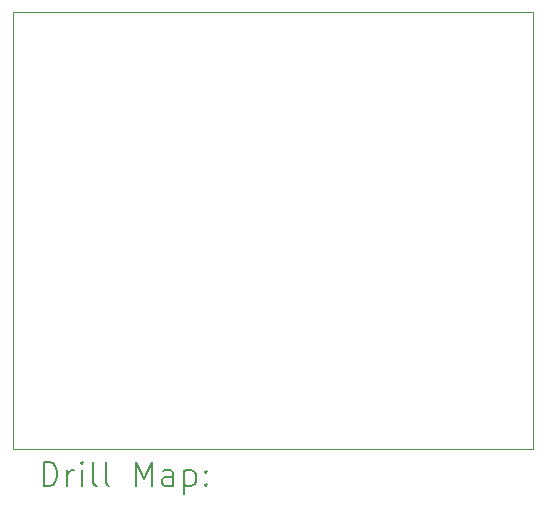
<source format=gbr>
%TF.GenerationSoftware,KiCad,Pcbnew,8.0.1*%
%TF.CreationDate,2024-11-30T19:41:01+00:00*%
%TF.ProjectId,Heating Element,48656174-696e-4672-9045-6c656d656e74,1*%
%TF.SameCoordinates,Original*%
%TF.FileFunction,Drillmap*%
%TF.FilePolarity,Positive*%
%FSLAX45Y45*%
G04 Gerber Fmt 4.5, Leading zero omitted, Abs format (unit mm)*
G04 Created by KiCad (PCBNEW 8.0.1) date 2024-11-30 19:41:01*
%MOMM*%
%LPD*%
G01*
G04 APERTURE LIST*
%ADD10C,0.050000*%
%ADD11C,0.200000*%
G04 APERTURE END LIST*
D10*
X9567500Y-7737500D02*
X13967500Y-7737500D01*
X13967500Y-11437500D01*
X9567500Y-11437500D01*
X9567500Y-7737500D01*
D11*
X9825777Y-11751484D02*
X9825777Y-11551484D01*
X9825777Y-11551484D02*
X9873396Y-11551484D01*
X9873396Y-11551484D02*
X9901967Y-11561008D01*
X9901967Y-11561008D02*
X9921015Y-11580055D01*
X9921015Y-11580055D02*
X9930539Y-11599103D01*
X9930539Y-11599103D02*
X9940063Y-11637198D01*
X9940063Y-11637198D02*
X9940063Y-11665769D01*
X9940063Y-11665769D02*
X9930539Y-11703865D01*
X9930539Y-11703865D02*
X9921015Y-11722912D01*
X9921015Y-11722912D02*
X9901967Y-11741960D01*
X9901967Y-11741960D02*
X9873396Y-11751484D01*
X9873396Y-11751484D02*
X9825777Y-11751484D01*
X10025777Y-11751484D02*
X10025777Y-11618150D01*
X10025777Y-11656246D02*
X10035301Y-11637198D01*
X10035301Y-11637198D02*
X10044824Y-11627674D01*
X10044824Y-11627674D02*
X10063872Y-11618150D01*
X10063872Y-11618150D02*
X10082920Y-11618150D01*
X10149586Y-11751484D02*
X10149586Y-11618150D01*
X10149586Y-11551484D02*
X10140063Y-11561008D01*
X10140063Y-11561008D02*
X10149586Y-11570531D01*
X10149586Y-11570531D02*
X10159110Y-11561008D01*
X10159110Y-11561008D02*
X10149586Y-11551484D01*
X10149586Y-11551484D02*
X10149586Y-11570531D01*
X10273396Y-11751484D02*
X10254348Y-11741960D01*
X10254348Y-11741960D02*
X10244824Y-11722912D01*
X10244824Y-11722912D02*
X10244824Y-11551484D01*
X10378158Y-11751484D02*
X10359110Y-11741960D01*
X10359110Y-11741960D02*
X10349586Y-11722912D01*
X10349586Y-11722912D02*
X10349586Y-11551484D01*
X10606729Y-11751484D02*
X10606729Y-11551484D01*
X10606729Y-11551484D02*
X10673396Y-11694341D01*
X10673396Y-11694341D02*
X10740063Y-11551484D01*
X10740063Y-11551484D02*
X10740063Y-11751484D01*
X10921015Y-11751484D02*
X10921015Y-11646722D01*
X10921015Y-11646722D02*
X10911491Y-11627674D01*
X10911491Y-11627674D02*
X10892444Y-11618150D01*
X10892444Y-11618150D02*
X10854348Y-11618150D01*
X10854348Y-11618150D02*
X10835301Y-11627674D01*
X10921015Y-11741960D02*
X10901967Y-11751484D01*
X10901967Y-11751484D02*
X10854348Y-11751484D01*
X10854348Y-11751484D02*
X10835301Y-11741960D01*
X10835301Y-11741960D02*
X10825777Y-11722912D01*
X10825777Y-11722912D02*
X10825777Y-11703865D01*
X10825777Y-11703865D02*
X10835301Y-11684817D01*
X10835301Y-11684817D02*
X10854348Y-11675293D01*
X10854348Y-11675293D02*
X10901967Y-11675293D01*
X10901967Y-11675293D02*
X10921015Y-11665769D01*
X11016253Y-11618150D02*
X11016253Y-11818150D01*
X11016253Y-11627674D02*
X11035301Y-11618150D01*
X11035301Y-11618150D02*
X11073396Y-11618150D01*
X11073396Y-11618150D02*
X11092444Y-11627674D01*
X11092444Y-11627674D02*
X11101967Y-11637198D01*
X11101967Y-11637198D02*
X11111491Y-11656246D01*
X11111491Y-11656246D02*
X11111491Y-11713388D01*
X11111491Y-11713388D02*
X11101967Y-11732436D01*
X11101967Y-11732436D02*
X11092444Y-11741960D01*
X11092444Y-11741960D02*
X11073396Y-11751484D01*
X11073396Y-11751484D02*
X11035301Y-11751484D01*
X11035301Y-11751484D02*
X11016253Y-11741960D01*
X11197205Y-11732436D02*
X11206729Y-11741960D01*
X11206729Y-11741960D02*
X11197205Y-11751484D01*
X11197205Y-11751484D02*
X11187682Y-11741960D01*
X11187682Y-11741960D02*
X11197205Y-11732436D01*
X11197205Y-11732436D02*
X11197205Y-11751484D01*
X11197205Y-11627674D02*
X11206729Y-11637198D01*
X11206729Y-11637198D02*
X11197205Y-11646722D01*
X11197205Y-11646722D02*
X11187682Y-11637198D01*
X11187682Y-11637198D02*
X11197205Y-11627674D01*
X11197205Y-11627674D02*
X11197205Y-11646722D01*
M02*

</source>
